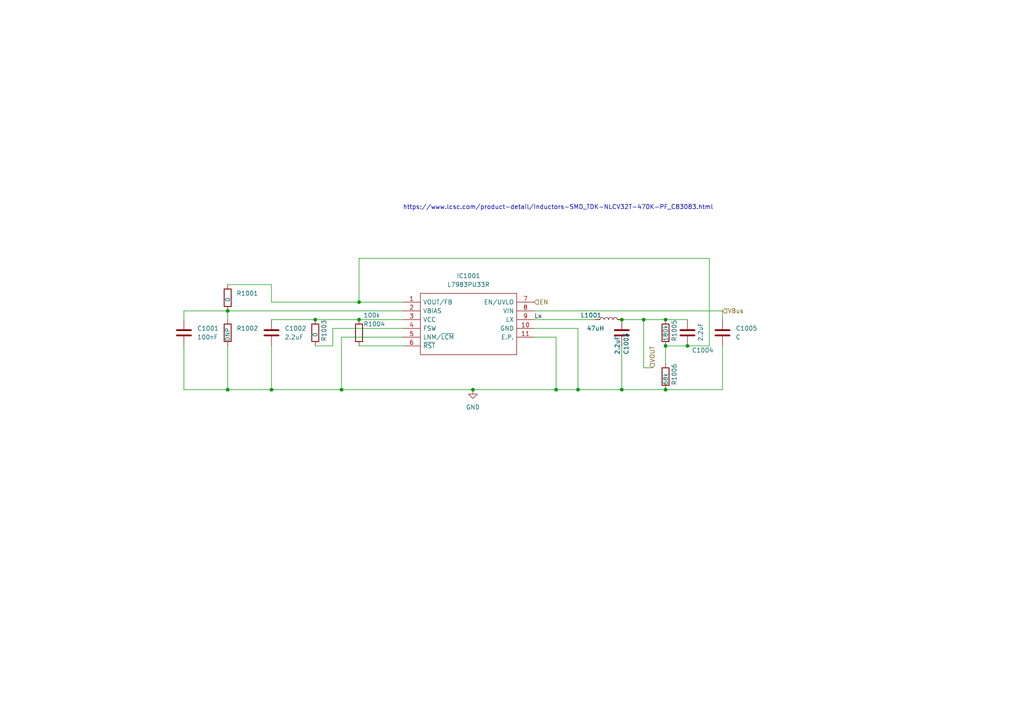
<source format=kicad_sch>
(kicad_sch (version 20211123) (generator eeschema)
  (paper "A4")
  (lib_symbols
    (symbol "Device:C" (pin_numbers hide) (pin_names (offset 0.254))
      (property "Reference" "C" (at 0.635 2.54 0))
      (property "Value" "C" (at 0.635 -2.54 0))
      (symbol "C_0_1"
        (polyline (pts (xy -2.032 -0.762) (xy 2.032 -0.762)) (stroke (width 0.508)))
        (polyline (pts (xy -2.032 0.762) (xy 2.032 0.762)) (stroke (width 0.508)))
      )
      (symbol "C_1_1"
        (pin passive line (at 0 3.81 270) (length 2.794) (name "~") (number "1"))
        (pin passive line (at 0 -3.81 90) (length 2.794) (name "~") (number "2"))
      )
    )
    (symbol "Device:L" (pin_numbers hide) (pin_names (offset 1.016) hide)
      (property "Reference" "L" (at -1.27 0 90))
      (property "Value" "L" (at 1.905 0 90))
      (symbol "L_0_1"
        (arc (start 0 -2.54) (mid 0.635 -1.905) (end 0 -1.27))
        (arc (start 0 -1.27) (mid 0.635 -0.635) (end 0 0))
        (arc (start 0 0) (mid 0.635 0.635) (end 0 1.27))
        (arc (start 0 1.27) (mid 0.635 1.905) (end 0 2.54))
      )
      (symbol "L_1_1"
        (pin passive line (at 0 3.81 270) (length 1.27) (name "1") (number "1"))
        (pin passive line (at 0 -3.81 90) (length 1.27) (name "2") (number "2"))
      )
    )
    (symbol "Device:R" (pin_numbers hide) (pin_names (offset 0))
      (property "Reference" "R" (at 2.032 0 90))
      (property "Value" "R" (at 0 0 90))
      (symbol "R_0_1"
        (rectangle (start -1.016 -2.54) (end 1.016 2.54) (stroke (width 0.254)))
      )
      (symbol "R_1_1"
        (pin passive line (at 0 3.81 270) (length 1.27) (name "~") (number "1"))
        (pin passive line (at 0 -3.81 90) (length 1.27) (name "~") (number "2"))
      )
    )
    (symbol "L7983PU33R:L7983PU33R" (pin_names (offset 0.762))
      (property "Reference" "IC" (at 34.29 7.62 0))
      (property "Value" "L7983PU33R" (at 34.29 5.08 0))
      (symbol "L7983PU33R_0_0"
        (pin passive line (at 0 0 0) (length 5.08) (name "VOUT/FB") (number "1"))
        (pin passive line (at 38.1 -7.62 180) (length 5.08) (name "GND") (number "10"))
        (pin passive line (at 38.1 -10.16 180) (length 5.08) (name "E.P.") (number "11"))
        (pin passive line (at 0 -2.54 0) (length 5.08) (name "VBIAS") (number "2"))
        (pin passive line (at 0 -5.08 0) (length 5.08) (name "VCC") (number "3"))
        (pin passive line (at 0 -7.62 0) (length 5.08) (name "FSW") (number "4"))
        (pin passive line (at 0 -10.16 0) (length 5.08) (name "LNM/~{LCM}") (number "5"))
        (pin passive line (at 0 -12.7 0) (length 5.08) (name "~{RST}") (number "6"))
        (pin passive line (at 38.1 0 180) (length 5.08) (name "EN/UVLO") (number "7"))
        (pin passive line (at 38.1 -2.54 180) (length 5.08) (name "VIN") (number "8"))
        (pin passive line (at 38.1 -5.08 180) (length 5.08) (name "LX") (number "9"))
      )
      (symbol "L7983PU33R_0_1"
        (polyline (pts (xy 5.08 2.54) (xy 33.02 2.54) (xy 33.02 -15.24) (xy 5.08 -15.24) (xy 5.08 2.54)) (stroke (width 0.1524)))
      )
    )
    (symbol "power:GND" (power) (pin_names (offset 0))
      (property "Value" "GND" (at 0 -3.81 0))
      (symbol "GND_0_1"
        (polyline (pts (xy 0 0) (xy 0 -1.27) (xy 1.27 -1.27) (xy 0 -2.54) (xy -1.27 -1.27) (xy 0 -1.27)))
      )
      (symbol "GND_1_1"
        (pin power_in line (at 0 0 270) (length 0) hide (name "GND") (number "1"))
      )
    )
  )
  (junction (at 66.04 113.03))
  (junction (at 193.04 92.71))
  (junction (at 193.04 100.33))
  (junction (at 137.16 113.03))
  (junction (at 199.39 100.33))
  (junction (at 180.34 113.03))
  (junction (at 193.04 113.03))
  (junction (at 180.34 92.71))
  (junction (at 186.69 92.71))
  (junction (at 167.64 113.03))
  (junction (at 99.06 113.03))
  (junction (at 66.04 90.17))
  (junction (at 104.14 87.63))
  (junction (at 78.74 113.03))
  (junction (at 161.29 113.03))
  (junction (at 91.44 92.71))
  (junction (at 104.14 92.71))
  (wire (pts (xy 99.06 113.03) (xy 137.16 113.03)))
  (wire (pts (xy 66.04 82.55) (xy 78.74 82.55)))
  (wire (pts (xy 66.04 90.17) (xy 53.34 90.17)))
  (wire (pts (xy 180.34 113.03) (xy 193.04 113.03)))
  (wire (pts (xy 99.06 97.79) (xy 99.06 113.03)))
  (wire (pts (xy 154.94 97.79) (xy 161.29 97.79)))
  (wire (pts (xy 154.94 92.71) (xy 172.72 92.71)))
  (wire (pts (xy 104.14 74.93) (xy 104.14 87.63)))
  (wire (pts (xy 193.04 92.71) (xy 199.39 92.71)))
  (wire (pts (xy 78.74 87.63) (xy 104.14 87.63)))
  (wire (pts (xy 186.69 92.71) (xy 193.04 92.71)))
  (wire (pts (xy 104.14 87.63) (xy 116.84 87.63)))
  (wire (pts (xy 78.74 100.33) (xy 78.74 113.03)))
  (wire (pts (xy 91.44 100.33) (xy 96.52 100.33)))
  (wire (pts (xy 161.29 97.79) (xy 161.29 113.03)))
  (wire (pts (xy 66.04 100.33) (xy 66.04 113.03)))
  (wire (pts (xy 167.64 95.25) (xy 167.64 113.03)))
  (wire (pts (xy 116.84 97.79) (xy 99.06 97.79)))
  (wire (pts (xy 137.16 113.03) (xy 161.29 113.03)))
  (wire (pts (xy 78.74 82.55) (xy 78.74 87.63)))
  (wire (pts (xy 104.14 92.71) (xy 116.84 92.71)))
  (wire (pts (xy 96.52 95.25) (xy 116.84 95.25)))
  (wire (pts (xy 193.04 100.33) (xy 199.39 100.33)))
  (wire (pts (xy 116.84 90.17) (xy 66.04 90.17)))
  (wire (pts (xy 167.64 113.03) (xy 180.34 113.03)))
  (wire (pts (xy 180.34 100.33) (xy 180.34 113.03)))
  (wire (pts (xy 199.39 100.33) (xy 205.74 100.33)))
  (wire (pts (xy 193.04 113.03) (xy 209.55 113.03)))
  (wire (pts (xy 78.74 113.03) (xy 99.06 113.03)))
  (wire (pts (xy 53.34 90.17) (xy 53.34 92.71)))
  (wire (pts (xy 104.14 100.33) (xy 116.84 100.33)))
  (wire (pts (xy 209.55 90.17) (xy 209.55 92.71)))
  (wire (pts (xy 53.34 100.33) (xy 53.34 113.03)))
  (wire (pts (xy 53.34 113.03) (xy 66.04 113.03)))
  (wire (pts (xy 91.44 92.71) (xy 104.14 92.71)))
  (wire (pts (xy 205.74 74.93) (xy 104.14 74.93)))
  (wire (pts (xy 189.23 106.68) (xy 186.69 106.68)))
  (wire (pts (xy 96.52 100.33) (xy 96.52 95.25)))
  (wire (pts (xy 66.04 90.17) (xy 66.04 92.71)))
  (wire (pts (xy 154.94 90.17) (xy 209.55 90.17)))
  (wire (pts (xy 66.04 113.03) (xy 78.74 113.03)))
  (wire (pts (xy 180.34 92.71) (xy 186.69 92.71)))
  (wire (pts (xy 78.74 92.71) (xy 91.44 92.71)))
  (wire (pts (xy 193.04 100.33) (xy 193.04 105.41)))
  (wire (pts (xy 205.74 100.33) (xy 205.74 74.93)))
  (wire (pts (xy 161.29 113.03) (xy 167.64 113.03)))
  (wire (pts (xy 209.55 100.33) (xy 209.55 113.03)))
  (wire (pts (xy 186.69 106.68) (xy 186.69 92.71)))
  (wire (pts (xy 154.94 95.25) (xy 167.64 95.25)))
  (text "https://www.lcsc.com/product-detail/Inductors-SMD_TDK-NLCV32T-470K-PF_C83083.html" (at 116.84 60.96 0) (effects (font (size 1.27 1.27)) (justify left bottom)))
  (label "Lx" (at 154.94 92.71 0))
  (hierarchical_label "EN" (shape input) (at 154.94 87.63 0))
  (hierarchical_label "VBus" (shape input) (at 209.55 90.17 0))
  (hierarchical_label "VOUT" (shape input) (at 189.23 106.68 90))
  (symbol (lib_id "Device:L") (at 176.53 92.71 90) (unit 1)
    (property "Reference" "L1001" (at 171.45 91.44 90))
    (property "Value" "47uH" (at 172.72 95.25 90))
    (property "Footprint" "Inductor_SMD:L_1210_3225Metric" (effects hide))
  )
  (symbol (lib_id "Device:R") (at 193.04 109.22 0) (unit 1)
    (property "Reference" "R1006" (at 195.58 111.76 90) (effects (justify left)))
    (property "Value" "68k" (at 193.04 111.76 90) (effects (justify left)))
    (property "Footprint" "Resistor_SMD:R_0603_1608Metric" (effects hide))
  )
  (symbol (lib_id "Device:R") (at 104.14 96.52 0) (unit 1)
    (property "Reference" "R1004" (at 105.41 93.98 0) (effects (justify left)))
    (property "Value" "100k" (at 105.41 91.44 0) (effects (justify left)))
    (property "Footprint" "Resistor_SMD:R_0603_1608Metric" (effects hide))
  )
  (symbol (lib_id "Device:R") (at 66.04 96.52 0) (unit 1)
    (property "Reference" "R1002" (at 68.58 95.2499 0) (effects (justify left)))
    (property "Value" "DNP" (at 66.04 99.06 90) (effects (justify left)))
    (property "Footprint" "Resistor_SMD:R_0603_1608Metric" (effects hide))
  )
  (symbol (lib_id "Device:C") (at 209.55 96.52 0) (unit 1)
    (property "Reference" "C1005" (at 213.36 95.2499 0) (effects (justify left)))
    (property "Value" "C" (at 213.36 97.7899 0) (effects (justify left)))
    (property "Footprint" "Capacitor_SMD:C_0603_1608Metric" (effects hide))
  )
  (symbol (lib_id "Device:R") (at 91.44 96.52 0) (unit 1)
    (property "Reference" "R1003" (at 93.98 99.06 90) (effects (justify left)))
    (property "Value" "0" (at 91.44 97.79 90) (effects (justify left)))
    (property "Footprint" "Resistor_SMD:R_0603_1608Metric" (effects hide))
  )
  (symbol (lib_id "Device:R") (at 193.04 96.52 0) (unit 1)
    (property "Reference" "R1005" (at 195.58 99.06 90) (effects (justify left)))
    (property "Value" "180k" (at 193.04 99.06 90) (effects (justify left)))
    (property "Footprint" "Resistor_SMD:R_0603_1608Metric" (effects hide))
  )
  (symbol (lib_id "Device:C") (at 78.74 96.52 0) (unit 1)
    (property "Reference" "C1002" (at 82.55 95.2499 0) (effects (justify left)))
    (property "Value" "2.2uF" (at 82.55 97.7899 0) (effects (justify left)))
    (property "Footprint" "Capacitor_SMD:C_0603_1608Metric" (effects hide))
  )
  (symbol (lib_id "Device:R") (at 66.04 86.36 0) (unit 1)
    (property "Reference" "R1001" (at 68.58 85.0899 0) (effects (justify left)))
    (property "Value" "0" (at 66.04 87.63 90) (effects (justify left)))
    (property "Footprint" "Resistor_SMD:R_0603_1608Metric" (effects hide))
  )
  (symbol (lib_id "power:GND") (at 137.16 113.03 0) (unit 1)
    (property "Reference" "#PWR0157" (effects hide))
    (property "Value" "GND" (at 137.16 118.11 0))
  )
  (symbol (lib_id "Device:C") (at 53.34 96.52 0) (unit 1)
    (property "Reference" "C1001" (at 57.15 95.2499 0) (effects (justify left)))
    (property "Value" "100nF" (at 57.15 97.7899 0) (effects (justify left)))
    (property "Footprint" "Capacitor_SMD:C_0603_1608Metric" (effects hide))
  )
  (symbol (lib_id "Device:C") (at 180.34 96.52 0) (unit 1)
    (property "Reference" "C1003" (at 181.61 102.87 90) (effects (justify left)))
    (property "Value" "2.2uF" (at 179.07 102.87 90) (effects (justify left)))
    (property "Footprint" "Capacitor_SMD:C_0603_1608Metric" (effects hide))
  )
  (symbol (lib_id "Device:C") (at 199.39 96.52 0) (unit 1)
    (property "Reference" "C1004" (at 200.66 101.6 0) (effects (justify left)))
    (property "Value" "2.2uF" (at 203.2 99.06 90) (effects (justify left)))
    (property "Footprint" "Capacitor_SMD:C_0603_1608Metric" (effects hide))
  )
  (symbol (lib_id "L7983PU33R:L7983PU33R") (at 116.84 87.63 0) (unit 1)
    (property "Reference" "IC1001" (at 135.89 80.01 0))
    (property "Value" "L7983PU33R" (at 135.89 82.55 0))
    (property "Footprint" "L7983PU33R:L7983PU33R" (effects hide))
    (property "Datasheet" "https://www.st.com/resource/en/datasheet/l7983.pdf" (effects hide))
    (property "Description" "L7983PU33R" (effects hide))
    (property "Height" "0.8" (effects hide))
    (property "Manufacturer_Name" "STMicroelectronics" (effects hide))
    (property "Manufacturer_Part_Number" "L7983PU33R" (effects hide))
    (property "Mouser Part Number" "511-L7983PU33R" (effects hide))
    (property "Mouser Price/Stock" "https://www.mouser.co.uk/ProductDetail/STMicroelectronics/L7983PU33R?qs=zW32dvEIR3vViRReIsjxxQ%3D%3D" (effects hide))
    (property "Arrow Part Number" "L7983PU33R" (effects hide))
    (property "Arrow Price/Stock" "https://www.arrow.com/en/products/l7983pu33r/stmicroelectronics?region=nac" (effects hide))
  )
)
</source>
